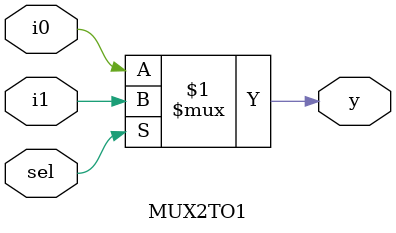
<source format=v>
`timescale 1ns/1ps

module MUX2TO1(i0,i1,sel,y);
input i0,i1,sel;
output y;
assign y=sel?i1:i0;
endmodule



//Another method using behavioral modeling


/*module mux2to1 (
    input wire a,    // First input
    input wire b,    // Second input
    input wire sel,  // Select input
    output reg y     // Output
);
    // Always block to model the behavior of the multiplexer
    always @(*) begin
        if (sel)
            y = b;
        else
            y = a;
    end
endmodule
 */

</source>
